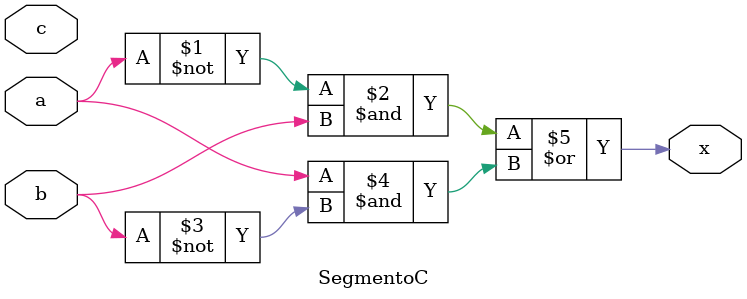
<source format=sv>
module SegmentoC(a,b,c,x);
   input a,b,c;
  output x;
  
  assign x=(~a&b)|(a&~b);
  
endmodule
</source>
